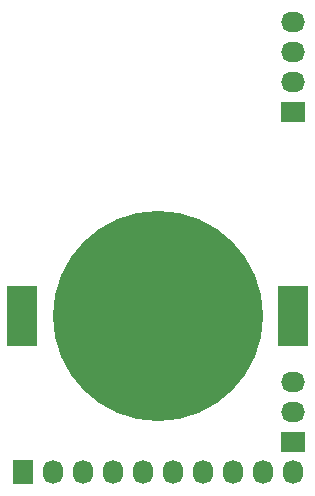
<source format=gbs>
G04 #@! TF.FileFunction,Soldermask,Bot*
%FSLAX46Y46*%
G04 Gerber Fmt 4.6, Leading zero omitted, Abs format (unit mm)*
G04 Created by KiCad (PCBNEW 0.201506192325+5795~23~ubuntu14.04.1-product) date Wed 04 Nov 2015 00:53:14 GMT*
%MOMM*%
G01*
G04 APERTURE LIST*
%ADD10C,0.100000*%
%ADD11R,2.032000X1.727200*%
%ADD12O,2.032000X1.727200*%
%ADD13R,1.727200X2.032000*%
%ADD14O,1.727200X2.032000*%
%ADD15C,17.800000*%
%ADD16R,2.500000X5.100000*%
G04 APERTURE END LIST*
D10*
D11*
X157480000Y-92710000D03*
D12*
X157480000Y-90170000D03*
X157480000Y-87630000D03*
X157480000Y-85090000D03*
D11*
X157480000Y-120650000D03*
D12*
X157480000Y-118110000D03*
X157480000Y-115570000D03*
D13*
X134620000Y-123190000D03*
D14*
X137160000Y-123190000D03*
X139700000Y-123190000D03*
X142240000Y-123190000D03*
X144780000Y-123190000D03*
X147320000Y-123190000D03*
X149860000Y-123190000D03*
X152400000Y-123190000D03*
X154940000Y-123190000D03*
X157480000Y-123190000D03*
D15*
X146050000Y-109982000D03*
D16*
X134600000Y-109982000D03*
X157500000Y-109982000D03*
M02*

</source>
